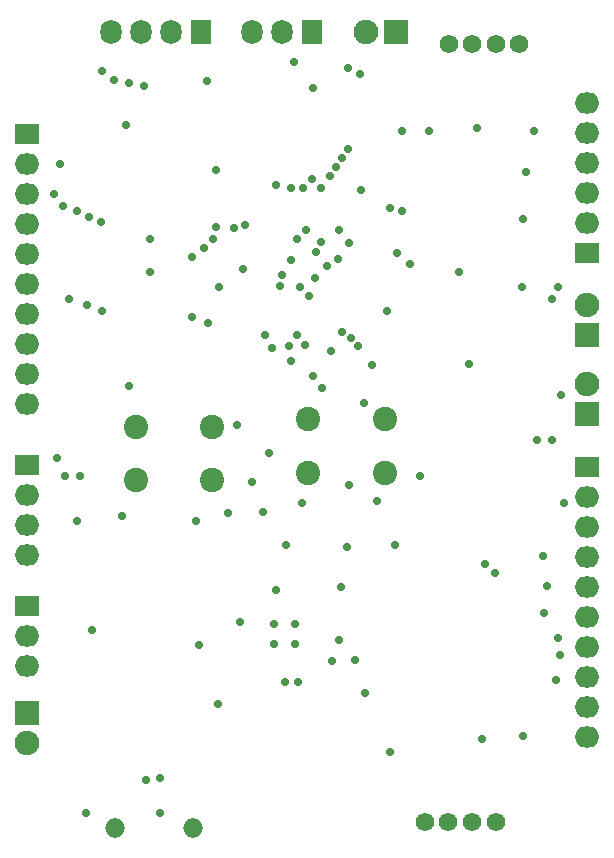
<source format=gbs>
G04 #@! TF.FileFunction,Soldermask,Bot*
%FSLAX46Y46*%
G04 Gerber Fmt 4.6, Leading zero omitted, Abs format (unit mm)*
G04 Created by KiCad (PCBNEW 4.0.1-stable) date 3/7/2016 10:06:05 PM*
%MOMM*%
G01*
G04 APERTURE LIST*
%ADD10C,0.100000*%
%ADD11O,1.660000X1.660000*%
%ADD12R,2.092000X1.787200*%
%ADD13O,2.092000X1.787200*%
%ADD14R,1.787200X2.092000*%
%ADD15O,1.787200X2.092000*%
%ADD16R,2.092000X2.092000*%
%ADD17O,2.092000X2.092000*%
%ADD18C,1.560000*%
%ADD19C,2.060000*%
%ADD20C,0.745800*%
G04 APERTURE END LIST*
D10*
D11*
X63550000Y-109750000D03*
X56950000Y-109750000D03*
D12*
X96930000Y-79200000D03*
D13*
X96930000Y-81740000D03*
X96930000Y-84280000D03*
X96930000Y-86820000D03*
X96930000Y-89360000D03*
X96930000Y-91900000D03*
X96930000Y-94440000D03*
X96930000Y-96980000D03*
X96930000Y-99520000D03*
X96930000Y-102060000D03*
D12*
X49500000Y-51000000D03*
D13*
X49500000Y-53540000D03*
X49500000Y-56080000D03*
X49500000Y-58620000D03*
X49500000Y-61160000D03*
X49500000Y-63700000D03*
X49500000Y-66240000D03*
X49500000Y-68780000D03*
X49500000Y-71320000D03*
X49500000Y-73860000D03*
D12*
X49500000Y-79000000D03*
D13*
X49500000Y-81540000D03*
X49500000Y-84080000D03*
X49500000Y-86620000D03*
D14*
X64250000Y-42418000D03*
D15*
X61710000Y-42418000D03*
X59170000Y-42418000D03*
X56630000Y-42418000D03*
D16*
X80772000Y-42418000D03*
D17*
X78232000Y-42418000D03*
D16*
X96930000Y-68020000D03*
D17*
X96930000Y-65480000D03*
D16*
X49500000Y-100000000D03*
D17*
X49500000Y-102540000D03*
D12*
X96930000Y-61110000D03*
D13*
X96930000Y-58570000D03*
X96930000Y-56030000D03*
X96930000Y-53490000D03*
X96930000Y-50950000D03*
X96930000Y-48410000D03*
D16*
X96930000Y-74730000D03*
D17*
X96930000Y-72190000D03*
D18*
X91190000Y-43360000D03*
X89190000Y-43360000D03*
X87190000Y-43360000D03*
X85190000Y-43360000D03*
X83180000Y-109230000D03*
X85180000Y-109230000D03*
X87180000Y-109230000D03*
X89180000Y-109230000D03*
D14*
X73660000Y-42418000D03*
D15*
X71120000Y-42418000D03*
X68580000Y-42418000D03*
D19*
X65200000Y-80340000D03*
X58700000Y-80340000D03*
X65200000Y-75840000D03*
X58700000Y-75840000D03*
X79790000Y-79680000D03*
X73290000Y-79680000D03*
X79790000Y-75180000D03*
X73290000Y-75180000D03*
D12*
X49500000Y-91000000D03*
D13*
X49500000Y-93540000D03*
X49500000Y-96080000D03*
D20*
X73700000Y-47150000D03*
X78750000Y-70550000D03*
X86900000Y-70500000D03*
X64700000Y-46500000D03*
X65532000Y-54102000D03*
X57550000Y-83350000D03*
X71400000Y-85800000D03*
X69450000Y-83000000D03*
X66550000Y-83100000D03*
X76200000Y-67818000D03*
X67818000Y-62484000D03*
X72162500Y-94212500D03*
X70437500Y-94212500D03*
X70437500Y-92487500D03*
X72162500Y-92487500D03*
X71882000Y-55626000D03*
X57912000Y-50292000D03*
X58166000Y-72390000D03*
X82804000Y-80010000D03*
X80264000Y-103378000D03*
X68580000Y-80518000D03*
X87630000Y-50546000D03*
X65660000Y-99240000D03*
X63820000Y-83740000D03*
X75300000Y-95660000D03*
X78080000Y-98380000D03*
X55020000Y-92990000D03*
X59944000Y-59944000D03*
X65278000Y-59944000D03*
X59944000Y-62738000D03*
X64516000Y-60706000D03*
X70000000Y-78000000D03*
X72750000Y-82250000D03*
X63500000Y-61468000D03*
X63500000Y-66548000D03*
X67310000Y-75692000D03*
X71882000Y-61722000D03*
X92456000Y-50800000D03*
X70900000Y-63900000D03*
X78050000Y-73750000D03*
X54500000Y-108500000D03*
X60750000Y-108500000D03*
X60800000Y-105540000D03*
X71310000Y-97440000D03*
X59590000Y-105690000D03*
X72480000Y-97410000D03*
X65786000Y-64008000D03*
X52070000Y-78486000D03*
X73750000Y-71500000D03*
X52750000Y-80000000D03*
X54000000Y-80000000D03*
X74500000Y-72500000D03*
X59436000Y-46990000D03*
X76708000Y-52324000D03*
X58166000Y-46736000D03*
X76200000Y-53086000D03*
X75692000Y-53848000D03*
X56896000Y-46482000D03*
X75184000Y-54610000D03*
X55880000Y-45720000D03*
X77724000Y-45974000D03*
X74422000Y-55626000D03*
X73660000Y-54864000D03*
X76708000Y-45466000D03*
X93980000Y-65024000D03*
X74422000Y-60198000D03*
X94488000Y-64008000D03*
X75946000Y-59182000D03*
X77750000Y-55750000D03*
X91500000Y-58250000D03*
X76750000Y-60250000D03*
X91750000Y-54250000D03*
X94742000Y-73152000D03*
X91440000Y-64008000D03*
X88000000Y-102250000D03*
X75850000Y-61600000D03*
X81250000Y-57500000D03*
X83500000Y-50750000D03*
X91500000Y-102000000D03*
X74000000Y-61000000D03*
X80250000Y-57250000D03*
X81250000Y-50750000D03*
X72898000Y-55626000D03*
X72136000Y-44958000D03*
X76080000Y-89330000D03*
X77270000Y-95570000D03*
X76630000Y-86010000D03*
X70600000Y-89650000D03*
X69650000Y-68000000D03*
X76800000Y-80750000D03*
X80700000Y-85840000D03*
X67500000Y-92290000D03*
X79150000Y-82050000D03*
X70250000Y-69150000D03*
X86106000Y-62738000D03*
X74930000Y-62230000D03*
X53750000Y-83800000D03*
X75940000Y-93860000D03*
X64050000Y-94300000D03*
X93980000Y-76962000D03*
X80010000Y-66040000D03*
X92710000Y-76962000D03*
X76962000Y-68326000D03*
X94996000Y-82296000D03*
X77500000Y-69000000D03*
X53750000Y-57500000D03*
X68000000Y-58750000D03*
X54750000Y-58000000D03*
X67000000Y-59000000D03*
X55750000Y-58500000D03*
X65532000Y-58928000D03*
X53086000Y-65024000D03*
X73914000Y-63246000D03*
X54610000Y-65532000D03*
X72644000Y-64008000D03*
X55880000Y-66040000D03*
X73406000Y-64770000D03*
X81900000Y-62000000D03*
X94300000Y-97200000D03*
X88300000Y-87450000D03*
X94650000Y-95150000D03*
X89150000Y-88200000D03*
X80800000Y-61100000D03*
X71850000Y-70200000D03*
X94450000Y-93650000D03*
X71700000Y-69000000D03*
X93300000Y-91550000D03*
X72350000Y-68050000D03*
X93500000Y-89250000D03*
X73000000Y-68850000D03*
X93200000Y-86750000D03*
X52300000Y-53550000D03*
X64800000Y-67050000D03*
X75200000Y-69350000D03*
X73152000Y-59182000D03*
X51816000Y-56134000D03*
X72390000Y-59944000D03*
X52578000Y-57150000D03*
X71120000Y-62992000D03*
X70612000Y-55372000D03*
M02*

</source>
